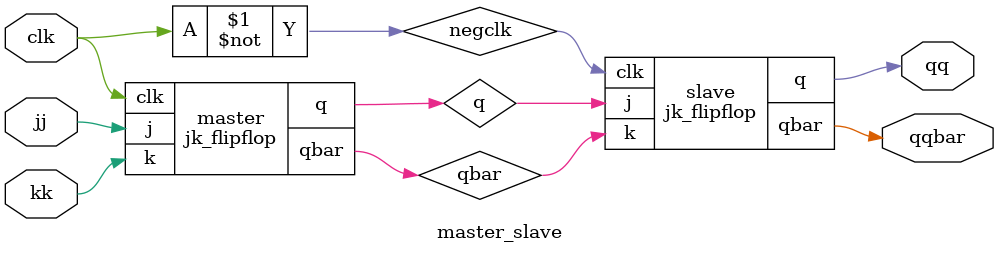
<source format=v>
`timescale 1ns / 1ps


module jk_flipflop(
    input j,
    input k,
    input clk,
    output reg q,
    output  qbar
    );
    assign qbar=~q;
    always@(posedge clk)
    begin
    case({j,k})
    2'b00:q<=q;
    2'b01:q<=0;
    2'b10:q<=1;
    2'b11:q<=~q;
    endcase
    end
endmodule

module master_slave(input jj,kk,clk,output reg qq,qqbar);
wire q,qbar,negclk;
jk_flipflop master(jj,kk,clk,q,qbar);
assign negclk=~clk;
jk_flipflop slave(q,qbar,negclk,qq,qqbar);
endmodule







</source>
